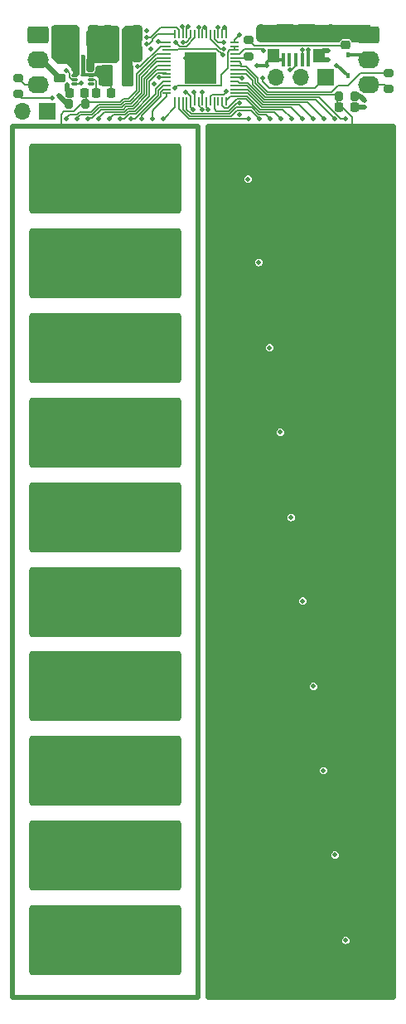
<source format=gtl>
G04 #@! TF.GenerationSoftware,KiCad,Pcbnew,(6.0.7)*
G04 #@! TF.CreationDate,2022-10-27T11:33:35+02:00*
G04 #@! TF.ProjectId,DualLevelSensor,4475616c-4c65-4766-956c-53656e736f72,rev?*
G04 #@! TF.SameCoordinates,Original*
G04 #@! TF.FileFunction,Copper,L1,Top*
G04 #@! TF.FilePolarity,Positive*
%FSLAX46Y46*%
G04 Gerber Fmt 4.6, Leading zero omitted, Abs format (unit mm)*
G04 Created by KiCad (PCBNEW (6.0.7)) date 2022-10-27 11:33:35*
%MOMM*%
%LPD*%
G01*
G04 APERTURE LIST*
G04 Aperture macros list*
%AMRoundRect*
0 Rectangle with rounded corners*
0 $1 Rounding radius*
0 $2 $3 $4 $5 $6 $7 $8 $9 X,Y pos of 4 corners*
0 Add a 4 corners polygon primitive as box body*
4,1,4,$2,$3,$4,$5,$6,$7,$8,$9,$2,$3,0*
0 Add four circle primitives for the rounded corners*
1,1,$1+$1,$2,$3*
1,1,$1+$1,$4,$5*
1,1,$1+$1,$6,$7*
1,1,$1+$1,$8,$9*
0 Add four rect primitives between the rounded corners*
20,1,$1+$1,$2,$3,$4,$5,0*
20,1,$1+$1,$4,$5,$6,$7,0*
20,1,$1+$1,$6,$7,$8,$9,0*
20,1,$1+$1,$8,$9,$2,$3,0*%
G04 Aperture macros list end*
G04 #@! TA.AperFunction,SMDPad,CuDef*
%ADD10RoundRect,0.200000X0.200000X0.275000X-0.200000X0.275000X-0.200000X-0.275000X0.200000X-0.275000X0*%
G04 #@! TD*
G04 #@! TA.AperFunction,SMDPad,CuDef*
%ADD11RoundRect,0.250000X-0.375000X-0.850000X0.375000X-0.850000X0.375000X0.850000X-0.375000X0.850000X0*%
G04 #@! TD*
G04 #@! TA.AperFunction,SMDPad,CuDef*
%ADD12R,0.400000X1.400000*%
G04 #@! TD*
G04 #@! TA.AperFunction,SMDPad,CuDef*
%ADD13R,1.150000X1.450000*%
G04 #@! TD*
G04 #@! TA.AperFunction,SMDPad,CuDef*
%ADD14R,1.750000X1.900000*%
G04 #@! TD*
G04 #@! TA.AperFunction,ComponentPad*
%ADD15O,1.050000X1.900000*%
G04 #@! TD*
G04 #@! TA.AperFunction,SMDPad,CuDef*
%ADD16RoundRect,0.225000X-0.225000X-0.250000X0.225000X-0.250000X0.225000X0.250000X-0.225000X0.250000X0*%
G04 #@! TD*
G04 #@! TA.AperFunction,ComponentPad*
%ADD17R,1.700000X1.700000*%
G04 #@! TD*
G04 #@! TA.AperFunction,ComponentPad*
%ADD18O,1.700000X1.700000*%
G04 #@! TD*
G04 #@! TA.AperFunction,SMDPad,CuDef*
%ADD19RoundRect,0.250000X-7.500000X-3.312500X7.500000X-3.312500X7.500000X3.312500X-7.500000X3.312500X0*%
G04 #@! TD*
G04 #@! TA.AperFunction,SMDPad,CuDef*
%ADD20RoundRect,0.218750X-0.381250X0.218750X-0.381250X-0.218750X0.381250X-0.218750X0.381250X0.218750X0*%
G04 #@! TD*
G04 #@! TA.AperFunction,SMDPad,CuDef*
%ADD21RoundRect,0.250000X-0.250000X-0.250000X0.250000X-0.250000X0.250000X0.250000X-0.250000X0.250000X0*%
G04 #@! TD*
G04 #@! TA.AperFunction,SMDPad,CuDef*
%ADD22RoundRect,0.050000X-0.387500X-0.050000X0.387500X-0.050000X0.387500X0.050000X-0.387500X0.050000X0*%
G04 #@! TD*
G04 #@! TA.AperFunction,SMDPad,CuDef*
%ADD23RoundRect,0.050000X-0.050000X-0.387500X0.050000X-0.387500X0.050000X0.387500X-0.050000X0.387500X0*%
G04 #@! TD*
G04 #@! TA.AperFunction,SMDPad,CuDef*
%ADD24R,3.200000X3.200000*%
G04 #@! TD*
G04 #@! TA.AperFunction,SMDPad,CuDef*
%ADD25RoundRect,0.225000X0.225000X0.250000X-0.225000X0.250000X-0.225000X-0.250000X0.225000X-0.250000X0*%
G04 #@! TD*
G04 #@! TA.AperFunction,SMDPad,CuDef*
%ADD26RoundRect,0.200000X-0.200000X-0.525000X0.200000X-0.525000X0.200000X0.525000X-0.200000X0.525000X0*%
G04 #@! TD*
G04 #@! TA.AperFunction,SMDPad,CuDef*
%ADD27RoundRect,0.075000X-0.225000X-0.075000X0.225000X-0.075000X0.225000X0.075000X-0.225000X0.075000X0*%
G04 #@! TD*
G04 #@! TA.AperFunction,SMDPad,CuDef*
%ADD28RoundRect,0.075000X-0.075000X-0.787500X0.075000X-0.787500X0.075000X0.787500X-0.075000X0.787500X0*%
G04 #@! TD*
G04 #@! TA.AperFunction,SMDPad,CuDef*
%ADD29RoundRect,0.200000X0.275000X-0.200000X0.275000X0.200000X-0.275000X0.200000X-0.275000X-0.200000X0*%
G04 #@! TD*
G04 #@! TA.AperFunction,SMDPad,CuDef*
%ADD30R,0.450000X0.600000*%
G04 #@! TD*
G04 #@! TA.AperFunction,SMDPad,CuDef*
%ADD31RoundRect,0.250000X-0.325000X-0.650000X0.325000X-0.650000X0.325000X0.650000X-0.325000X0.650000X0*%
G04 #@! TD*
G04 #@! TA.AperFunction,SMDPad,CuDef*
%ADD32RoundRect,0.200000X-0.200000X-0.275000X0.200000X-0.275000X0.200000X0.275000X-0.200000X0.275000X0*%
G04 #@! TD*
G04 #@! TA.AperFunction,SMDPad,CuDef*
%ADD33RoundRect,0.200000X-0.275000X0.200000X-0.275000X-0.200000X0.275000X-0.200000X0.275000X0.200000X0*%
G04 #@! TD*
G04 #@! TA.AperFunction,SMDPad,CuDef*
%ADD34RoundRect,0.250000X0.325000X1.100000X-0.325000X1.100000X-0.325000X-1.100000X0.325000X-1.100000X0*%
G04 #@! TD*
G04 #@! TA.AperFunction,SMDPad,CuDef*
%ADD35RoundRect,0.218750X-0.256250X0.218750X-0.256250X-0.218750X0.256250X-0.218750X0.256250X0.218750X0*%
G04 #@! TD*
G04 #@! TA.AperFunction,ComponentPad*
%ADD36RoundRect,0.250000X-0.845000X0.620000X-0.845000X-0.620000X0.845000X-0.620000X0.845000X0.620000X0*%
G04 #@! TD*
G04 #@! TA.AperFunction,ComponentPad*
%ADD37O,2.190000X1.740000*%
G04 #@! TD*
G04 #@! TA.AperFunction,ViaPad*
%ADD38C,0.500000*%
G04 #@! TD*
G04 #@! TA.AperFunction,Conductor*
%ADD39C,0.127000*%
G04 #@! TD*
G04 #@! TA.AperFunction,Conductor*
%ADD40C,0.500000*%
G04 #@! TD*
G04 #@! TA.AperFunction,Conductor*
%ADD41C,0.300000*%
G04 #@! TD*
G04 #@! TA.AperFunction,Conductor*
%ADD42C,0.200000*%
G04 #@! TD*
G04 APERTURE END LIST*
D10*
X82975000Y-38450000D03*
X81325000Y-38450000D03*
D11*
X85150000Y-35550000D03*
X87300000Y-35550000D03*
D12*
X105800000Y-33900000D03*
X105150000Y-33900000D03*
X104500000Y-33900000D03*
X103850000Y-33900000D03*
X103200000Y-33900000D03*
D13*
X102180000Y-33480000D03*
D14*
X103375000Y-31250000D03*
X105625000Y-31250000D03*
D15*
X108075000Y-31250000D03*
X100925000Y-31250000D03*
D13*
X106820000Y-33480000D03*
D16*
X108925000Y-38750000D03*
X110475000Y-38750000D03*
D17*
X79050000Y-39175000D03*
D18*
X76510000Y-39175000D03*
D19*
X85000000Y-115063000D03*
D20*
X80400000Y-33637500D03*
X80400000Y-35762500D03*
D19*
X85000000Y-63313000D03*
D21*
X97500000Y-43250000D03*
D22*
X91312500Y-32150000D03*
X91312500Y-32550000D03*
X91312500Y-32950000D03*
X91312500Y-33350000D03*
X91312500Y-33750000D03*
X91312500Y-34150000D03*
X91312500Y-34550000D03*
X91312500Y-34950000D03*
X91312500Y-35350000D03*
X91312500Y-35750000D03*
X91312500Y-36150000D03*
X91312500Y-36550000D03*
X91312500Y-36950000D03*
X91312500Y-37350000D03*
D23*
X92150000Y-38187500D03*
X92550000Y-38187500D03*
X92950000Y-38187500D03*
X93350000Y-38187500D03*
X93750000Y-38187500D03*
X94150000Y-38187500D03*
X94550000Y-38187500D03*
X94950000Y-38187500D03*
X95350000Y-38187500D03*
X95750000Y-38187500D03*
X96150000Y-38187500D03*
X96550000Y-38187500D03*
X96950000Y-38187500D03*
X97350000Y-38187500D03*
D22*
X98187500Y-37350000D03*
X98187500Y-36950000D03*
X98187500Y-36550000D03*
X98187500Y-36150000D03*
X98187500Y-35750000D03*
X98187500Y-35350000D03*
X98187500Y-34950000D03*
X98187500Y-34550000D03*
X98187500Y-34150000D03*
X98187500Y-33750000D03*
X98187500Y-33350000D03*
X98187500Y-32950000D03*
X98187500Y-32550000D03*
X98187500Y-32150000D03*
D23*
X97350000Y-31312500D03*
X96950000Y-31312500D03*
X96550000Y-31312500D03*
X96150000Y-31312500D03*
X95750000Y-31312500D03*
X95350000Y-31312500D03*
X94950000Y-31312500D03*
X94550000Y-31312500D03*
X94150000Y-31312500D03*
X93750000Y-31312500D03*
X93350000Y-31312500D03*
X92950000Y-31312500D03*
X92550000Y-31312500D03*
X92150000Y-31312500D03*
D24*
X94750000Y-34750000D03*
D25*
X85600000Y-37350000D03*
X84050000Y-37350000D03*
D26*
X81975000Y-34462500D03*
D27*
X81875000Y-35512500D03*
X81875000Y-35962500D03*
X81875000Y-36412500D03*
X83575000Y-36412500D03*
X83575000Y-35962500D03*
X83575000Y-35512500D03*
D26*
X83475000Y-34462500D03*
D28*
X82725000Y-34325000D03*
D29*
X114000000Y-36925000D03*
X114000000Y-35275000D03*
D19*
X85000000Y-46063000D03*
X85000000Y-80563000D03*
D30*
X109800000Y-33450000D03*
X109800000Y-35550000D03*
D19*
X85000000Y-97813000D03*
D31*
X85250000Y-33300000D03*
X88200000Y-33300000D03*
D19*
X85000000Y-89188000D03*
X85000000Y-54688000D03*
D32*
X108875000Y-37650000D03*
X110525000Y-37650000D03*
D25*
X82925000Y-37350000D03*
X81375000Y-37350000D03*
D33*
X76100000Y-35775000D03*
X76100000Y-37425000D03*
D19*
X85000000Y-71938000D03*
D31*
X85250000Y-31300000D03*
X88200000Y-31300000D03*
D34*
X83800000Y-31750000D03*
X80850000Y-31750000D03*
D35*
X109600000Y-30812500D03*
X109600000Y-32387500D03*
D29*
X99650000Y-33575000D03*
X99650000Y-31925000D03*
D19*
X85000000Y-106438000D03*
X85000000Y-123688000D03*
D36*
X111920000Y-31360000D03*
D37*
X111920000Y-33900000D03*
X111920000Y-36440000D03*
D17*
X107500000Y-35750000D03*
D18*
X104960000Y-35750000D03*
X102420000Y-35750000D03*
D36*
X78170000Y-31360000D03*
D37*
X78170000Y-33900000D03*
X78170000Y-36440000D03*
D38*
X94050000Y-37250000D03*
X93200000Y-33750000D03*
X86200000Y-30750000D03*
X98700000Y-39550000D03*
X100550000Y-34550000D03*
X86200000Y-32900000D03*
X95100000Y-33800000D03*
X81123571Y-36510000D03*
X89700000Y-32850000D03*
X111500000Y-38750000D03*
X89250000Y-31000000D03*
X107800000Y-33000000D03*
X86200000Y-31800000D03*
X84250000Y-33450000D03*
X101488873Y-34540000D03*
X107800000Y-33950000D03*
X93986127Y-39006000D03*
X93250000Y-37250000D03*
X96100000Y-33800000D03*
X84250000Y-34050000D03*
X90048500Y-36381314D03*
X86200000Y-33850000D03*
X87150000Y-30750000D03*
X98950000Y-35800000D03*
X97200000Y-30600000D03*
X87150000Y-32900000D03*
X98700000Y-31400000D03*
X95167978Y-30602996D03*
X87150000Y-33850000D03*
X94950000Y-37240000D03*
X87150000Y-31800000D03*
X90500000Y-35750000D03*
X90450000Y-32050000D03*
X94500000Y-40750000D03*
X75500000Y-129500000D03*
X94500000Y-129500000D03*
X75500000Y-40750000D03*
X95500000Y-40750000D03*
X114500000Y-40750000D03*
X114500000Y-129500000D03*
X95500000Y-129500000D03*
X96550000Y-30600000D03*
X94541483Y-30599959D03*
X95550000Y-39001500D03*
X82600000Y-36300000D03*
X81048500Y-35000000D03*
X105800000Y-32940000D03*
X105150000Y-32940000D03*
X103910890Y-34990785D03*
X101061796Y-35796303D03*
X97386234Y-37196558D03*
X98761127Y-38344000D03*
X81000000Y-39950000D03*
X81000000Y-46000000D03*
X82100000Y-39950000D03*
X82100000Y-54700000D03*
X83200000Y-63300000D03*
X83200000Y-39950000D03*
X84300000Y-71900000D03*
X84300000Y-39950000D03*
X85400000Y-39950000D03*
X85400000Y-80563000D03*
X86500000Y-89200000D03*
X86500000Y-39950000D03*
X87600000Y-97800000D03*
X87600000Y-39950000D03*
X88700000Y-39950000D03*
X88700000Y-106400000D03*
X89800000Y-39950000D03*
X88700000Y-114800000D03*
X90900000Y-39950000D03*
X88700000Y-123700000D03*
X99650000Y-39950000D03*
X99600000Y-46100000D03*
X100750000Y-39950000D03*
X100700000Y-54600000D03*
X101850000Y-39950000D03*
X101800000Y-63300000D03*
X102950000Y-39950000D03*
X102900000Y-71900000D03*
X104000000Y-80600000D03*
X104050000Y-39950000D03*
X105150000Y-39950000D03*
X105200000Y-89100000D03*
X106300000Y-97800000D03*
X106250000Y-39950000D03*
X107300000Y-106400000D03*
X107350000Y-39950000D03*
X108450000Y-39950000D03*
X108500000Y-115000000D03*
X109550000Y-39950000D03*
X109600000Y-123700000D03*
X94923497Y-39001500D03*
X97113873Y-32836127D03*
X97150000Y-32200000D03*
X89250000Y-32350000D03*
X108600000Y-34500000D03*
X88350000Y-34600000D03*
X80250000Y-37600000D03*
X111550000Y-38100000D03*
X97043357Y-33458648D03*
X101200000Y-33000000D03*
X79600000Y-37800000D03*
X92150000Y-36800000D03*
X89250000Y-31650000D03*
X92861127Y-30538873D03*
X93487415Y-30555257D03*
X92950000Y-32126500D03*
X92200000Y-32150000D03*
D39*
X94050000Y-37250000D02*
X94150000Y-37350000D01*
X94150000Y-37350000D02*
X94150000Y-38187500D01*
D40*
X81123571Y-37098571D02*
X81375000Y-37350000D01*
D39*
X86200000Y-32900000D02*
X86200000Y-31800000D01*
X93250000Y-37250000D02*
X93327038Y-37250000D01*
D40*
X110475000Y-38750000D02*
X111500000Y-38750000D01*
D41*
X101488873Y-34171127D02*
X102180000Y-33480000D01*
X105625000Y-31250000D02*
X108075000Y-31250000D01*
D40*
X81123571Y-36510000D02*
X81123571Y-37098571D01*
D39*
X84250000Y-34050000D02*
X84250000Y-33450000D01*
D41*
X101478873Y-34550000D02*
X101488873Y-34540000D01*
D39*
X93750000Y-37672962D02*
X93750000Y-38187500D01*
D40*
X107300000Y-33000000D02*
X107550000Y-33000000D01*
D39*
X93750000Y-38769873D02*
X93986127Y-39006000D01*
D40*
X106820000Y-33480000D02*
X107290000Y-33950000D01*
D41*
X109600000Y-30812500D02*
X108512500Y-30812500D01*
D39*
X85250000Y-33300000D02*
X85650000Y-33300000D01*
D40*
X107550000Y-33000000D02*
X107800000Y-33000000D01*
D41*
X103200000Y-33900000D02*
X102600000Y-33900000D01*
X101488873Y-34540000D02*
X101488873Y-34171127D01*
X108512500Y-30812500D02*
X108075000Y-31250000D01*
D40*
X106820000Y-33480000D02*
X107300000Y-33000000D01*
D39*
X93750000Y-38187500D02*
X93750000Y-38769873D01*
D41*
X105625000Y-31250000D02*
X103375000Y-31250000D01*
D40*
X107290000Y-33950000D02*
X107800000Y-33950000D01*
D41*
X102600000Y-33900000D02*
X102180000Y-33480000D01*
D39*
X93327038Y-37250000D02*
X93750000Y-37672962D01*
X85650000Y-33300000D02*
X86200000Y-33850000D01*
D41*
X103375000Y-31250000D02*
X100925000Y-31250000D01*
X100550000Y-34550000D02*
X101478873Y-34550000D01*
D39*
X95350000Y-30785018D02*
X95350000Y-31312500D01*
X97350000Y-30750000D02*
X97350000Y-31312500D01*
X90550000Y-32150000D02*
X91312500Y-32150000D01*
X96950000Y-30850000D02*
X96950000Y-31312500D01*
X98700000Y-31400000D02*
X98187500Y-31912500D01*
X97200000Y-30600000D02*
X97350000Y-30750000D01*
X90450000Y-32050000D02*
X90550000Y-32150000D01*
X95167978Y-30602996D02*
X94950000Y-30820974D01*
X91312500Y-35750000D02*
X90500000Y-35750000D01*
X97200000Y-30600000D02*
X96950000Y-30850000D01*
X98900000Y-35750000D02*
X98187500Y-35750000D01*
X98950000Y-35800000D02*
X98900000Y-35750000D01*
X94950000Y-37240000D02*
X94950000Y-38187500D01*
X94950000Y-30820974D02*
X94950000Y-31312500D01*
X98187500Y-31912500D02*
X98187500Y-32150000D01*
X95167978Y-30602996D02*
X95350000Y-30785018D01*
X86857950Y-37896000D02*
X86523950Y-38230000D01*
D40*
X75500000Y-129500000D02*
X75500000Y-40750000D01*
D39*
X86523950Y-38230000D02*
X83270000Y-38230000D01*
D42*
X82975000Y-38450000D02*
X82550000Y-38450000D01*
D39*
X88250000Y-35400000D02*
X88250000Y-37050000D01*
X83270000Y-38230000D02*
X83050000Y-38450000D01*
D42*
X81790500Y-39209500D02*
X80790500Y-39209500D01*
X82550000Y-38450000D02*
X81790500Y-39209500D01*
D40*
X81500000Y-40750000D02*
X94500000Y-40750000D01*
D39*
X91312500Y-33350000D02*
X90300000Y-33350000D01*
D42*
X80790500Y-39209500D02*
X80500000Y-39500000D01*
X80500000Y-39500000D02*
X80500000Y-40750000D01*
D39*
X87396000Y-37896000D02*
X86857950Y-37896000D01*
D40*
X94500000Y-129500000D02*
X94500000Y-40750000D01*
X80500000Y-40750000D02*
X81500000Y-40750000D01*
X94500000Y-129500000D02*
X75500000Y-129500000D01*
D39*
X83075000Y-38250000D02*
X83075000Y-37200000D01*
D40*
X80500000Y-40750000D02*
X75500000Y-40750000D01*
D39*
X87400000Y-37900000D02*
X87396000Y-37896000D01*
X88250000Y-37050000D02*
X87400000Y-37900000D01*
X83050000Y-38450000D02*
X82975000Y-38450000D01*
X90300000Y-33350000D02*
X88250000Y-35400000D01*
D42*
X108925000Y-38750000D02*
X109250000Y-38750000D01*
X110250000Y-39750000D02*
X110250000Y-40750000D01*
X109250000Y-38750000D02*
X110250000Y-39750000D01*
D39*
X108679000Y-37454000D02*
X101486890Y-37454000D01*
X101486890Y-37454000D02*
X100368580Y-36335690D01*
D40*
X95500000Y-40750000D02*
X95500000Y-129500000D01*
X114500000Y-40750000D02*
X114500000Y-129500000D01*
D39*
X108725000Y-38450000D02*
X108725000Y-37400000D01*
D40*
X110250000Y-40750000D02*
X95500000Y-40750000D01*
D39*
X100368580Y-35927790D02*
X99390790Y-34950000D01*
D40*
X114500000Y-40750000D02*
X110250000Y-40750000D01*
X114500000Y-129500000D02*
X95500000Y-129500000D01*
D39*
X100368580Y-36335690D02*
X100368580Y-35927790D01*
X108875000Y-37650000D02*
X108679000Y-37454000D01*
X99390790Y-34950000D02*
X98187500Y-34950000D01*
D40*
X78500000Y-33900000D02*
X78170000Y-33900000D01*
D41*
X109800000Y-33450000D02*
X111470000Y-33450000D01*
D40*
X80362500Y-35762500D02*
X78500000Y-33900000D01*
D41*
X111470000Y-33450000D02*
X111920000Y-33900000D01*
D40*
X80400000Y-35762500D02*
X80362500Y-35762500D01*
D42*
X85600000Y-37350000D02*
X85600000Y-36000000D01*
X85600000Y-36000000D02*
X85150000Y-35550000D01*
X83962500Y-35962500D02*
X84100000Y-36100000D01*
X84102000Y-36152000D02*
X84100000Y-36150000D01*
X84050000Y-37350000D02*
X84102000Y-37298000D01*
X84102000Y-37298000D02*
X84102000Y-36152000D01*
X83575000Y-35962500D02*
X83962500Y-35962500D01*
D39*
X95350000Y-38801500D02*
X95350000Y-38187500D01*
X94541483Y-30599959D02*
X94550000Y-30608476D01*
X95550000Y-39001500D02*
X95350000Y-38801500D01*
X96550000Y-30600000D02*
X96550000Y-31312500D01*
X94550000Y-30608476D02*
X94550000Y-31312500D01*
D42*
X82600000Y-36300000D02*
X82487500Y-36412500D01*
X82487500Y-36412500D02*
X81875000Y-36412500D01*
X81048500Y-35000000D02*
X81348000Y-35299500D01*
X81597908Y-35962500D02*
X81875000Y-35962500D01*
X81348000Y-35712592D02*
X81597908Y-35962500D01*
X81348000Y-35299500D02*
X81348000Y-35712592D01*
D41*
X105800000Y-33900000D02*
X105800000Y-32940000D01*
D39*
X109487500Y-32500000D02*
X109600000Y-32387500D01*
X99650000Y-31925000D02*
X100225000Y-32500000D01*
X100225000Y-32500000D02*
X109487500Y-32500000D01*
X105150000Y-33900000D02*
X105150000Y-32940000D01*
X104500000Y-33900000D02*
X104500000Y-34500000D01*
X103920105Y-35000000D02*
X103910890Y-34990785D01*
X104500000Y-34500000D02*
X104000000Y-35000000D01*
X104000000Y-35000000D02*
X103920105Y-35000000D01*
X101061796Y-35796303D02*
X101061796Y-36111796D01*
X95750000Y-37700000D02*
X95750000Y-38187500D01*
X97386234Y-37196558D02*
X97082792Y-37500000D01*
X101800000Y-36850000D02*
X106400000Y-36850000D01*
X101061796Y-36111796D02*
X101800000Y-36850000D01*
X106400000Y-36850000D02*
X107500000Y-35750000D01*
X97082792Y-37500000D02*
X95950000Y-37500000D01*
X95950000Y-37500000D02*
X95750000Y-37700000D01*
X97650000Y-39150000D02*
X96350000Y-39150000D01*
X96150000Y-38950000D02*
X96150000Y-38187500D01*
X98456000Y-38344000D02*
X97650000Y-39150000D01*
X98761127Y-38344000D02*
X98456000Y-38344000D01*
X96350000Y-39150000D02*
X96150000Y-38950000D01*
X111920000Y-36440000D02*
X113515000Y-36440000D01*
X113515000Y-36440000D02*
X114000000Y-36925000D01*
X76100000Y-35775000D02*
X76765000Y-36440000D01*
X76765000Y-36440000D02*
X78170000Y-36440000D01*
X88504000Y-35546000D02*
X90300000Y-33750000D01*
X86959160Y-38154000D02*
X87546000Y-38154000D01*
X81400000Y-39500000D02*
X82140790Y-39500000D01*
X82385290Y-39255500D02*
X83544500Y-39255500D01*
X90300000Y-33750000D02*
X91312500Y-33750000D01*
X88504000Y-37196000D02*
X88504000Y-35546000D01*
X86629160Y-38484000D02*
X86959160Y-38154000D01*
X84316000Y-38484000D02*
X86629160Y-38484000D01*
X81000000Y-39900000D02*
X81400000Y-39500000D01*
X82140790Y-39500000D02*
X82385290Y-39255500D01*
X83544500Y-39255500D02*
X84316000Y-38484000D01*
X87546000Y-38154000D02*
X88504000Y-37196000D01*
X82490500Y-39509500D02*
X83681290Y-39509500D01*
X87673580Y-38408000D02*
X88758000Y-37323580D01*
X86734370Y-38738000D02*
X87064370Y-38408000D01*
X82100000Y-39900000D02*
X82490500Y-39509500D01*
X84452790Y-38738000D02*
X86734370Y-38738000D01*
X88758000Y-35692000D02*
X90300000Y-34150000D01*
X90300000Y-34150000D02*
X91312500Y-34150000D01*
X88758000Y-37323580D02*
X88758000Y-35692000D01*
X83681290Y-39509500D02*
X84452790Y-38738000D01*
X87064370Y-38408000D02*
X87673580Y-38408000D01*
X86839580Y-38992000D02*
X87169580Y-38662000D01*
X87169580Y-38662000D02*
X87778790Y-38662000D01*
X90340790Y-34550000D02*
X91312500Y-34550000D01*
X83675000Y-39875000D02*
X84558000Y-38992000D01*
X87778790Y-38662000D02*
X89012000Y-37428790D01*
X89012000Y-37428790D02*
X89012000Y-35878790D01*
X89012000Y-35878790D02*
X90340790Y-34550000D01*
X84558000Y-38992000D02*
X86839580Y-38992000D01*
X83225000Y-39875000D02*
X83675000Y-39875000D01*
X84954000Y-39246000D02*
X86944790Y-39246000D01*
X86944790Y-39246000D02*
X87274790Y-38916000D01*
X89266000Y-37534000D02*
X89266000Y-35984000D01*
X90300000Y-34950000D02*
X91312500Y-34950000D01*
X87274790Y-38916000D02*
X87884000Y-38916000D01*
X87884000Y-38916000D02*
X89266000Y-37534000D01*
X84300000Y-39900000D02*
X84954000Y-39246000D01*
X89266000Y-35984000D02*
X90300000Y-34950000D01*
X87380000Y-39170000D02*
X88030000Y-39170000D01*
X91272000Y-35309500D02*
X91312500Y-35350000D01*
X88030000Y-39170000D02*
X89520000Y-37680000D01*
X85400000Y-39950000D02*
X85850000Y-39500000D01*
X90317538Y-35309500D02*
X91272000Y-35309500D01*
X89520000Y-37680000D02*
X89520000Y-36107038D01*
X87050000Y-39500000D02*
X87380000Y-39170000D01*
X85850000Y-39500000D02*
X87050000Y-39500000D01*
X89520000Y-36107038D02*
X90317538Y-35309500D01*
X90934882Y-36150000D02*
X90176500Y-36908382D01*
X91312500Y-36150000D02*
X90934882Y-36150000D01*
X90176500Y-37423500D02*
X88176000Y-39424000D01*
X88176000Y-39424000D02*
X87503038Y-39424000D01*
X90176500Y-36908382D02*
X90176500Y-37423500D01*
X86977038Y-39950000D02*
X86500000Y-39950000D01*
X87503038Y-39424000D02*
X86977038Y-39950000D01*
X91312500Y-36550000D02*
X90934882Y-36550000D01*
X88040790Y-39950000D02*
X87600000Y-39950000D01*
X90934882Y-36550000D02*
X90430500Y-37054382D01*
X90430500Y-37560290D02*
X88040790Y-39950000D01*
X90430500Y-37054382D02*
X90430500Y-37560290D01*
X88700000Y-39650000D02*
X88700000Y-39950000D01*
X90684500Y-37200382D02*
X90684500Y-37665500D01*
X90684500Y-37665500D02*
X88700000Y-39650000D01*
X91312500Y-36950000D02*
X90934882Y-36950000D01*
X90934882Y-36950000D02*
X90684500Y-37200382D01*
X91312500Y-37637500D02*
X90050000Y-38900000D01*
X90050000Y-38900000D02*
X89800000Y-39150000D01*
X91312500Y-37350000D02*
X91312500Y-37637500D01*
X89800000Y-39150000D02*
X89800000Y-39950000D01*
X92150000Y-38187500D02*
X92150000Y-38800000D01*
X92150000Y-38800000D02*
X91000000Y-39950000D01*
X91000000Y-39950000D02*
X90900000Y-39950000D01*
X98918962Y-39954000D02*
X99646000Y-39954000D01*
X92550000Y-38187500D02*
X92550000Y-38959210D01*
X99646000Y-39954000D02*
X99650000Y-39950000D01*
X92550000Y-38959210D02*
X93581290Y-39990500D01*
X98882462Y-39990500D02*
X98918962Y-39954000D01*
X93581290Y-39990500D02*
X98882462Y-39990500D01*
X98490500Y-39109500D02*
X97900000Y-39700000D01*
X97900000Y-39700000D02*
X93650000Y-39700000D01*
X99909500Y-39109500D02*
X98490500Y-39109500D01*
X92950000Y-39000000D02*
X92950000Y-38187500D01*
X100750000Y-39950000D02*
X99909500Y-39109500D01*
X93650000Y-39700000D02*
X92950000Y-39000000D01*
X100990500Y-39509500D02*
X100668710Y-39509500D01*
X98359210Y-38800000D02*
X97713210Y-39446000D01*
X100668710Y-39509500D02*
X99959210Y-38800000D01*
X99959210Y-38800000D02*
X98359210Y-38800000D01*
X93796000Y-39446000D02*
X93350000Y-39000000D01*
X93350000Y-39000000D02*
X93350000Y-38187500D01*
X101850000Y-39950000D02*
X101424000Y-39524000D01*
X101424000Y-39524000D02*
X101024000Y-39524000D01*
X97713210Y-39446000D02*
X93796000Y-39446000D01*
X102270000Y-39270000D02*
X101129210Y-39270000D01*
X102950000Y-39950000D02*
X102270000Y-39270000D01*
X100764420Y-39246000D02*
X99422420Y-37904000D01*
X97550000Y-38850000D02*
X97234882Y-38850000D01*
X101105210Y-39246000D02*
X100764420Y-39246000D01*
X99422420Y-37904000D02*
X98496000Y-37904000D01*
X96950000Y-38565118D02*
X96950000Y-38187500D01*
X98496000Y-37904000D02*
X97550000Y-38850000D01*
X97234882Y-38850000D02*
X96950000Y-38565118D01*
X101129210Y-39270000D02*
X101105210Y-39246000D01*
X101234420Y-39016000D02*
X101210420Y-38992000D01*
X104050000Y-39950000D02*
X104050000Y-39900000D01*
X99527630Y-37650000D02*
X97800000Y-37650000D01*
X97800000Y-37650000D02*
X97350000Y-38100000D01*
X97350000Y-38100000D02*
X97350000Y-38187500D01*
X104050000Y-39900000D02*
X103166000Y-39016000D01*
X103166000Y-39016000D02*
X101234420Y-39016000D01*
X101210420Y-38992000D02*
X100869630Y-38992000D01*
X100869630Y-38992000D02*
X99527630Y-37650000D01*
X101315630Y-38738000D02*
X100974840Y-38738000D01*
X101339630Y-38762000D02*
X101315630Y-38738000D01*
X99586840Y-37350000D02*
X98187500Y-37350000D01*
X105150000Y-39950000D02*
X103962000Y-38762000D01*
X100974840Y-38738000D02*
X99586840Y-37350000D01*
X103962000Y-38762000D02*
X101339630Y-38762000D01*
X101080050Y-38484000D02*
X99546050Y-36950000D01*
X104808000Y-38508000D02*
X101444840Y-38508000D01*
X106250000Y-39950000D02*
X104808000Y-38508000D01*
X101420840Y-38484000D02*
X101080050Y-38484000D01*
X101444840Y-38508000D02*
X101420840Y-38484000D01*
X99546050Y-36950000D02*
X98187500Y-36950000D01*
X106450000Y-39050000D02*
X105654000Y-38254000D01*
X101526050Y-38230000D02*
X101185260Y-38230000D01*
X105654000Y-38254000D02*
X101550050Y-38254000D01*
X99505260Y-36550000D02*
X98187500Y-36550000D01*
X101185260Y-38230000D02*
X99505260Y-36550000D01*
X107350000Y-39950000D02*
X106450000Y-39050000D01*
X101550050Y-38254000D02*
X101526050Y-38230000D01*
X98565118Y-36150000D02*
X98187500Y-36150000D01*
X99610470Y-36296000D02*
X98711118Y-36296000D01*
X98711118Y-36296000D02*
X98565118Y-36150000D01*
X101631260Y-37976000D02*
X101290470Y-37976000D01*
X101290470Y-37976000D02*
X99610470Y-36296000D01*
X101655260Y-38000000D02*
X101631260Y-37976000D01*
X106500000Y-38000000D02*
X101655260Y-38000000D01*
X108450000Y-39950000D02*
X106500000Y-38000000D01*
X108527894Y-39415500D02*
X106820394Y-37708000D01*
X108565500Y-39415500D02*
X108527894Y-39415500D01*
X100114580Y-36440900D02*
X100114580Y-36033000D01*
X106820394Y-37708000D02*
X101381680Y-37708000D01*
X100114580Y-36033000D02*
X99431580Y-35350000D01*
X109550000Y-39950000D02*
X109100000Y-39950000D01*
X99431580Y-35350000D02*
X98187500Y-35350000D01*
X101381680Y-37708000D02*
X100114580Y-36440900D01*
X109100000Y-39950000D02*
X108565500Y-39415500D01*
X94550000Y-38628003D02*
X94550000Y-38187500D01*
X94923497Y-39001500D02*
X94550000Y-38628003D01*
X96745337Y-32836127D02*
X95750000Y-31840790D01*
X95750000Y-31840790D02*
X95750000Y-31312500D01*
X97113873Y-32836127D02*
X96745337Y-32836127D01*
X97150000Y-32200000D02*
X96550000Y-32200000D01*
X96150000Y-31800000D02*
X96150000Y-31312500D01*
X96550000Y-32200000D02*
X96150000Y-31800000D01*
X89500000Y-32350000D02*
X89850000Y-32000000D01*
X89850000Y-32000000D02*
X89850000Y-31809210D01*
X90346710Y-31312500D02*
X92150000Y-31312500D01*
X89250000Y-32350000D02*
X89500000Y-32350000D01*
X89850000Y-31809210D02*
X90346710Y-31312500D01*
D41*
X108750000Y-34500000D02*
X109800000Y-35550000D01*
X108600000Y-34500000D02*
X108750000Y-34500000D01*
D39*
X90650000Y-32550000D02*
X91312500Y-32550000D01*
D40*
X80250000Y-37600000D02*
X81100000Y-38450000D01*
D39*
X88600000Y-34600000D02*
X90650000Y-32550000D01*
D40*
X81100000Y-38450000D02*
X81325000Y-38450000D01*
D39*
X88350000Y-34600000D02*
X88600000Y-34600000D01*
X97043357Y-33458648D02*
X97008648Y-33458648D01*
X97008648Y-33458648D02*
X96400000Y-32850000D01*
X92450000Y-32850000D02*
X92350000Y-32950000D01*
X92350000Y-32950000D02*
X91312500Y-32950000D01*
X111550000Y-38100000D02*
X110800000Y-37350000D01*
D40*
X111100000Y-37650000D02*
X110525000Y-37650000D01*
D39*
X96400000Y-32850000D02*
X92450000Y-32850000D01*
X110800000Y-37350000D02*
X110325000Y-37350000D01*
D40*
X111550000Y-38100000D02*
X111100000Y-37650000D01*
D39*
X98187500Y-33750000D02*
X99475000Y-33750000D01*
X99475000Y-33750000D02*
X99650000Y-33575000D01*
X101200000Y-33000000D02*
X101000000Y-32800000D01*
X99250000Y-32800000D02*
X98700000Y-33350000D01*
X98700000Y-33350000D02*
X98187500Y-33350000D01*
X101000000Y-32800000D02*
X99250000Y-32800000D01*
X100622580Y-36230480D02*
X100622580Y-35822580D01*
X98925000Y-34384210D02*
X98690790Y-34150000D01*
X98925000Y-34575000D02*
X98925000Y-34384210D01*
X98187500Y-34550000D02*
X98900000Y-34550000D01*
X100622580Y-35822580D02*
X99375000Y-34575000D01*
X101592100Y-37200000D02*
X100622580Y-36230480D01*
X114000000Y-35275000D02*
X111125000Y-35275000D01*
X109850000Y-36550000D02*
X108800000Y-36550000D01*
X98900000Y-34550000D02*
X98925000Y-34575000D01*
X108150000Y-37200000D02*
X101592100Y-37200000D01*
X98690790Y-34150000D02*
X98187500Y-34150000D01*
X111125000Y-35275000D02*
X109850000Y-36550000D01*
X99375000Y-34575000D02*
X98925000Y-34575000D01*
X108800000Y-36550000D02*
X108150000Y-37200000D01*
X96850000Y-36550000D02*
X96850000Y-35450000D01*
X98187500Y-32550000D02*
X98187500Y-32950000D01*
X92400000Y-36550000D02*
X96850000Y-36550000D01*
X92150000Y-36800000D02*
X92400000Y-36550000D01*
X97550000Y-34750000D02*
X97550000Y-33150000D01*
X97550000Y-33150000D02*
X97750000Y-32950000D01*
X96850000Y-35450000D02*
X97550000Y-34750000D01*
X76475000Y-37800000D02*
X79600000Y-37800000D01*
X76100000Y-37425000D02*
X76475000Y-37800000D01*
X97750000Y-32950000D02*
X98187500Y-32950000D01*
X90700000Y-30600000D02*
X92300000Y-30600000D01*
X89250000Y-31650000D02*
X89650000Y-31650000D01*
X92550000Y-30850000D02*
X92550000Y-31312500D01*
X89650000Y-31650000D02*
X90700000Y-30600000D01*
X92300000Y-30600000D02*
X92550000Y-30850000D01*
X92950000Y-31312500D02*
X92950000Y-30627746D01*
X92950000Y-30627746D02*
X92861127Y-30538873D01*
X93487415Y-30555257D02*
X93350000Y-30692672D01*
X93350000Y-30692672D02*
X93350000Y-31312500D01*
X93750000Y-31690118D02*
X93750000Y-31312500D01*
X93313618Y-32126500D02*
X93750000Y-31690118D01*
X92950000Y-32126500D02*
X93313618Y-32126500D01*
X93273118Y-32567000D02*
X94150000Y-31690118D01*
X94150000Y-31690118D02*
X94150000Y-31312500D01*
X92617000Y-32567000D02*
X93273118Y-32567000D01*
X92200000Y-32150000D02*
X92617000Y-32567000D01*
D42*
X81875000Y-34562500D02*
X81975000Y-34462500D01*
X81875000Y-35512500D02*
X81875000Y-34562500D01*
G04 #@! TA.AperFunction,Conductor*
G36*
X86168306Y-30468306D02*
G01*
X86431694Y-30731694D01*
X86450000Y-30775888D01*
X86450000Y-33924112D01*
X86431694Y-33968306D01*
X86118306Y-34281694D01*
X86074112Y-34300000D01*
X83211560Y-34300000D01*
X83167366Y-34281694D01*
X83149067Y-34238447D01*
X83144305Y-33924112D01*
X83100401Y-31026441D01*
X83118700Y-30981300D01*
X83631694Y-30468306D01*
X83675888Y-30450000D01*
X86124112Y-30450000D01*
X86168306Y-30468306D01*
G37*
G04 #@! TD.AperFunction*
G04 #@! TA.AperFunction,Conductor*
G36*
X114481694Y-40768306D02*
G01*
X114500000Y-40812500D01*
X114500000Y-129437500D01*
X114481694Y-129481694D01*
X114437500Y-129500000D01*
X95562500Y-129500000D01*
X95518306Y-129481694D01*
X95500000Y-129437500D01*
X95500000Y-123700000D01*
X109217794Y-123700000D01*
X109236500Y-123818108D01*
X109290789Y-123924655D01*
X109375345Y-124009211D01*
X109379724Y-124011442D01*
X109477511Y-124061268D01*
X109477512Y-124061268D01*
X109481892Y-124063500D01*
X109600000Y-124082206D01*
X109718108Y-124063500D01*
X109722488Y-124061268D01*
X109722489Y-124061268D01*
X109820276Y-124011442D01*
X109824655Y-124009211D01*
X109909211Y-123924655D01*
X109963500Y-123818108D01*
X109982206Y-123700000D01*
X109963500Y-123581892D01*
X109909211Y-123475345D01*
X109824655Y-123390789D01*
X109773278Y-123364611D01*
X109722489Y-123338732D01*
X109722488Y-123338732D01*
X109718108Y-123336500D01*
X109600000Y-123317794D01*
X109481892Y-123336500D01*
X109477512Y-123338732D01*
X109477511Y-123338732D01*
X109426722Y-123364611D01*
X109375345Y-123390789D01*
X109290789Y-123475345D01*
X109236500Y-123581892D01*
X109217794Y-123700000D01*
X95500000Y-123700000D01*
X95500000Y-115000000D01*
X108117794Y-115000000D01*
X108136500Y-115118108D01*
X108190789Y-115224655D01*
X108275345Y-115309211D01*
X108279724Y-115311442D01*
X108377511Y-115361268D01*
X108377512Y-115361268D01*
X108381892Y-115363500D01*
X108500000Y-115382206D01*
X108618108Y-115363500D01*
X108622488Y-115361268D01*
X108622489Y-115361268D01*
X108720276Y-115311442D01*
X108724655Y-115309211D01*
X108809211Y-115224655D01*
X108863500Y-115118108D01*
X108882206Y-115000000D01*
X108863500Y-114881892D01*
X108809211Y-114775345D01*
X108724655Y-114690789D01*
X108673278Y-114664611D01*
X108622489Y-114638732D01*
X108622488Y-114638732D01*
X108618108Y-114636500D01*
X108500000Y-114617794D01*
X108381892Y-114636500D01*
X108377512Y-114638732D01*
X108377511Y-114638732D01*
X108326722Y-114664611D01*
X108275345Y-114690789D01*
X108190789Y-114775345D01*
X108136500Y-114881892D01*
X108117794Y-115000000D01*
X95500000Y-115000000D01*
X95500000Y-106400000D01*
X106917794Y-106400000D01*
X106936500Y-106518108D01*
X106990789Y-106624655D01*
X107075345Y-106709211D01*
X107079724Y-106711442D01*
X107177511Y-106761268D01*
X107177512Y-106761268D01*
X107181892Y-106763500D01*
X107300000Y-106782206D01*
X107418108Y-106763500D01*
X107422488Y-106761268D01*
X107422489Y-106761268D01*
X107520276Y-106711442D01*
X107524655Y-106709211D01*
X107609211Y-106624655D01*
X107663500Y-106518108D01*
X107682206Y-106400000D01*
X107663500Y-106281892D01*
X107609211Y-106175345D01*
X107524655Y-106090789D01*
X107473278Y-106064611D01*
X107422489Y-106038732D01*
X107422488Y-106038732D01*
X107418108Y-106036500D01*
X107300000Y-106017794D01*
X107181892Y-106036500D01*
X107177512Y-106038732D01*
X107177511Y-106038732D01*
X107126722Y-106064611D01*
X107075345Y-106090789D01*
X106990789Y-106175345D01*
X106936500Y-106281892D01*
X106917794Y-106400000D01*
X95500000Y-106400000D01*
X95500000Y-97800000D01*
X105917794Y-97800000D01*
X105936500Y-97918108D01*
X105990789Y-98024655D01*
X106075345Y-98109211D01*
X106079724Y-98111442D01*
X106177511Y-98161268D01*
X106177512Y-98161268D01*
X106181892Y-98163500D01*
X106300000Y-98182206D01*
X106418108Y-98163500D01*
X106422488Y-98161268D01*
X106422489Y-98161268D01*
X106520276Y-98111442D01*
X106524655Y-98109211D01*
X106609211Y-98024655D01*
X106663500Y-97918108D01*
X106682206Y-97800000D01*
X106663500Y-97681892D01*
X106609211Y-97575345D01*
X106524655Y-97490789D01*
X106473278Y-97464611D01*
X106422489Y-97438732D01*
X106422488Y-97438732D01*
X106418108Y-97436500D01*
X106300000Y-97417794D01*
X106181892Y-97436500D01*
X106177512Y-97438732D01*
X106177511Y-97438732D01*
X106126722Y-97464611D01*
X106075345Y-97490789D01*
X105990789Y-97575345D01*
X105936500Y-97681892D01*
X105917794Y-97800000D01*
X95500000Y-97800000D01*
X95500000Y-89100000D01*
X104817794Y-89100000D01*
X104836500Y-89218108D01*
X104890789Y-89324655D01*
X104975345Y-89409211D01*
X104979724Y-89411442D01*
X105077511Y-89461268D01*
X105077512Y-89461268D01*
X105081892Y-89463500D01*
X105200000Y-89482206D01*
X105318108Y-89463500D01*
X105322488Y-89461268D01*
X105322489Y-89461268D01*
X105420276Y-89411442D01*
X105424655Y-89409211D01*
X105509211Y-89324655D01*
X105563500Y-89218108D01*
X105582206Y-89100000D01*
X105563500Y-88981892D01*
X105509211Y-88875345D01*
X105424655Y-88790789D01*
X105373278Y-88764611D01*
X105322489Y-88738732D01*
X105322488Y-88738732D01*
X105318108Y-88736500D01*
X105200000Y-88717794D01*
X105081892Y-88736500D01*
X105077512Y-88738732D01*
X105077511Y-88738732D01*
X105026722Y-88764611D01*
X104975345Y-88790789D01*
X104890789Y-88875345D01*
X104836500Y-88981892D01*
X104817794Y-89100000D01*
X95500000Y-89100000D01*
X95500000Y-80600000D01*
X103617794Y-80600000D01*
X103636500Y-80718108D01*
X103690789Y-80824655D01*
X103775345Y-80909211D01*
X103779724Y-80911442D01*
X103877511Y-80961268D01*
X103877512Y-80961268D01*
X103881892Y-80963500D01*
X104000000Y-80982206D01*
X104118108Y-80963500D01*
X104122488Y-80961268D01*
X104122489Y-80961268D01*
X104220276Y-80911442D01*
X104224655Y-80909211D01*
X104309211Y-80824655D01*
X104363500Y-80718108D01*
X104382206Y-80600000D01*
X104363500Y-80481892D01*
X104309211Y-80375345D01*
X104224655Y-80290789D01*
X104173278Y-80264611D01*
X104122489Y-80238732D01*
X104122488Y-80238732D01*
X104118108Y-80236500D01*
X104000000Y-80217794D01*
X103881892Y-80236500D01*
X103877512Y-80238732D01*
X103877511Y-80238732D01*
X103826722Y-80264611D01*
X103775345Y-80290789D01*
X103690789Y-80375345D01*
X103636500Y-80481892D01*
X103617794Y-80600000D01*
X95500000Y-80600000D01*
X95500000Y-71900000D01*
X102517794Y-71900000D01*
X102536500Y-72018108D01*
X102590789Y-72124655D01*
X102675345Y-72209211D01*
X102679724Y-72211442D01*
X102777511Y-72261268D01*
X102777512Y-72261268D01*
X102781892Y-72263500D01*
X102900000Y-72282206D01*
X103018108Y-72263500D01*
X103022488Y-72261268D01*
X103022489Y-72261268D01*
X103120276Y-72211442D01*
X103124655Y-72209211D01*
X103209211Y-72124655D01*
X103263500Y-72018108D01*
X103282206Y-71900000D01*
X103263500Y-71781892D01*
X103209211Y-71675345D01*
X103124655Y-71590789D01*
X103073278Y-71564611D01*
X103022489Y-71538732D01*
X103022488Y-71538732D01*
X103018108Y-71536500D01*
X102900000Y-71517794D01*
X102781892Y-71536500D01*
X102777512Y-71538732D01*
X102777511Y-71538732D01*
X102726722Y-71564611D01*
X102675345Y-71590789D01*
X102590789Y-71675345D01*
X102536500Y-71781892D01*
X102517794Y-71900000D01*
X95500000Y-71900000D01*
X95500000Y-63300000D01*
X101417794Y-63300000D01*
X101436500Y-63418108D01*
X101490789Y-63524655D01*
X101575345Y-63609211D01*
X101579724Y-63611442D01*
X101677511Y-63661268D01*
X101677512Y-63661268D01*
X101681892Y-63663500D01*
X101800000Y-63682206D01*
X101918108Y-63663500D01*
X101922488Y-63661268D01*
X101922489Y-63661268D01*
X102020276Y-63611442D01*
X102024655Y-63609211D01*
X102109211Y-63524655D01*
X102163500Y-63418108D01*
X102182206Y-63300000D01*
X102163500Y-63181892D01*
X102109211Y-63075345D01*
X102024655Y-62990789D01*
X101973278Y-62964611D01*
X101922489Y-62938732D01*
X101922488Y-62938732D01*
X101918108Y-62936500D01*
X101800000Y-62917794D01*
X101681892Y-62936500D01*
X101677512Y-62938732D01*
X101677511Y-62938732D01*
X101626722Y-62964611D01*
X101575345Y-62990789D01*
X101490789Y-63075345D01*
X101436500Y-63181892D01*
X101417794Y-63300000D01*
X95500000Y-63300000D01*
X95500000Y-54600000D01*
X100317794Y-54600000D01*
X100336500Y-54718108D01*
X100390789Y-54824655D01*
X100475345Y-54909211D01*
X100479724Y-54911442D01*
X100577511Y-54961268D01*
X100577512Y-54961268D01*
X100581892Y-54963500D01*
X100700000Y-54982206D01*
X100818108Y-54963500D01*
X100822488Y-54961268D01*
X100822489Y-54961268D01*
X100920276Y-54911442D01*
X100924655Y-54909211D01*
X101009211Y-54824655D01*
X101063500Y-54718108D01*
X101082206Y-54600000D01*
X101063500Y-54481892D01*
X101009211Y-54375345D01*
X100924655Y-54290789D01*
X100873278Y-54264611D01*
X100822489Y-54238732D01*
X100822488Y-54238732D01*
X100818108Y-54236500D01*
X100700000Y-54217794D01*
X100581892Y-54236500D01*
X100577512Y-54238732D01*
X100577511Y-54238732D01*
X100526722Y-54264611D01*
X100475345Y-54290789D01*
X100390789Y-54375345D01*
X100336500Y-54481892D01*
X100317794Y-54600000D01*
X95500000Y-54600000D01*
X95500000Y-46100000D01*
X99217794Y-46100000D01*
X99236500Y-46218108D01*
X99290789Y-46324655D01*
X99375345Y-46409211D01*
X99379724Y-46411442D01*
X99477511Y-46461268D01*
X99477512Y-46461268D01*
X99481892Y-46463500D01*
X99600000Y-46482206D01*
X99718108Y-46463500D01*
X99722488Y-46461268D01*
X99722489Y-46461268D01*
X99820276Y-46411442D01*
X99824655Y-46409211D01*
X99909211Y-46324655D01*
X99963500Y-46218108D01*
X99982206Y-46100000D01*
X99963500Y-45981892D01*
X99909211Y-45875345D01*
X99824655Y-45790789D01*
X99773278Y-45764611D01*
X99722489Y-45738732D01*
X99722488Y-45738732D01*
X99718108Y-45736500D01*
X99600000Y-45717794D01*
X99481892Y-45736500D01*
X99477512Y-45738732D01*
X99477511Y-45738732D01*
X99426722Y-45764611D01*
X99375345Y-45790789D01*
X99290789Y-45875345D01*
X99236500Y-45981892D01*
X99217794Y-46100000D01*
X95500000Y-46100000D01*
X95500000Y-40812500D01*
X95518306Y-40768306D01*
X95562500Y-40750000D01*
X114437500Y-40750000D01*
X114481694Y-40768306D01*
G37*
G04 #@! TD.AperFunction*
G04 #@! TA.AperFunction,Conductor*
G36*
X82931694Y-33468306D02*
G01*
X82950000Y-33512500D01*
X82950000Y-33876041D01*
X82949465Y-33884199D01*
X82947767Y-33897093D01*
X82947767Y-33897101D01*
X82947500Y-33899125D01*
X82947501Y-35025874D01*
X82947766Y-35027885D01*
X82947766Y-35027890D01*
X82949466Y-35040803D01*
X82950000Y-35048959D01*
X82950000Y-35100000D01*
X82972380Y-35122380D01*
X82984830Y-35140160D01*
X83000277Y-35173287D01*
X83000279Y-35173289D01*
X83002589Y-35178244D01*
X83084256Y-35259911D01*
X83089211Y-35262221D01*
X83089213Y-35262223D01*
X83122340Y-35277670D01*
X83140120Y-35290120D01*
X83150000Y-35300000D01*
X83162431Y-35300000D01*
X83169410Y-35302891D01*
X83182785Y-35305856D01*
X83188929Y-35308721D01*
X83202295Y-35310481D01*
X83234593Y-35314733D01*
X83234601Y-35314733D01*
X83236625Y-35315000D01*
X83238672Y-35315000D01*
X83475642Y-35314999D01*
X83713374Y-35314999D01*
X83715385Y-35314734D01*
X83715390Y-35314734D01*
X83756331Y-35309345D01*
X83756332Y-35309345D01*
X83761071Y-35308721D01*
X83800961Y-35290120D01*
X83860787Y-35262223D01*
X83860789Y-35262221D01*
X83865744Y-35259911D01*
X83947411Y-35178244D01*
X83949721Y-35173289D01*
X83949723Y-35173287D01*
X83994200Y-35077906D01*
X83994201Y-35077903D01*
X83996221Y-35073571D01*
X83999222Y-35050778D01*
X84000000Y-35050000D01*
X84000000Y-35044865D01*
X84001408Y-35034171D01*
X84002233Y-35027907D01*
X84002233Y-35027899D01*
X84002500Y-35025875D01*
X84002500Y-34723388D01*
X84020806Y-34679194D01*
X84181694Y-34518306D01*
X84225888Y-34500000D01*
X85587500Y-34500000D01*
X85631694Y-34518306D01*
X85650000Y-34562500D01*
X85650000Y-36537500D01*
X85631694Y-36581694D01*
X85587500Y-36600000D01*
X84525888Y-36600000D01*
X84481694Y-36581694D01*
X84347806Y-36447806D01*
X84329500Y-36403612D01*
X84329500Y-36159573D01*
X84329586Y-36156302D01*
X84331374Y-36122177D01*
X84331718Y-36115616D01*
X84329364Y-36109483D01*
X84328851Y-36106243D01*
X84328168Y-36093198D01*
X84329374Y-36070178D01*
X84329718Y-36063616D01*
X84327364Y-36057485D01*
X84327364Y-36057482D01*
X84304151Y-35997010D01*
X84300000Y-35974612D01*
X84300000Y-35800000D01*
X84150000Y-35650000D01*
X82675888Y-35650000D01*
X82631694Y-35631694D01*
X82520649Y-35520649D01*
X82502343Y-35476455D01*
X82506682Y-35454118D01*
X82507131Y-35453260D01*
X82527133Y-35385139D01*
X82532500Y-35347810D01*
X82532500Y-33512500D01*
X82550806Y-33468306D01*
X82595000Y-33450000D01*
X82887500Y-33450000D01*
X82931694Y-33468306D01*
G37*
G04 #@! TD.AperFunction*
G04 #@! TA.AperFunction,Conductor*
G36*
X112081694Y-30418306D02*
G01*
X112100000Y-30462500D01*
X112100000Y-32137500D01*
X112081694Y-32181694D01*
X112037500Y-32200000D01*
X110264999Y-32200000D01*
X110220805Y-32181694D01*
X110202499Y-32137500D01*
X110202499Y-32128182D01*
X110195861Y-32077752D01*
X110144256Y-31967086D01*
X110057914Y-31880744D01*
X109947248Y-31829139D01*
X109929922Y-31826858D01*
X109898850Y-31822767D01*
X109898844Y-31822767D01*
X109896819Y-31822500D01*
X109894772Y-31822500D01*
X109599201Y-31822501D01*
X109303182Y-31822501D01*
X109301170Y-31822766D01*
X109301167Y-31822766D01*
X109257492Y-31828515D01*
X109257491Y-31828515D01*
X109252752Y-31829139D01*
X109142086Y-31880744D01*
X109055744Y-31967086D01*
X109004139Y-32077752D01*
X108997500Y-32128181D01*
X108997500Y-32137500D01*
X108979194Y-32181694D01*
X108935000Y-32200000D01*
X100962500Y-32200000D01*
X100918306Y-32181694D01*
X100900000Y-32137500D01*
X100900000Y-30462500D01*
X100918306Y-30418306D01*
X100962500Y-30400000D01*
X112037500Y-30400000D01*
X112081694Y-30418306D01*
G37*
G04 #@! TD.AperFunction*
G04 #@! TA.AperFunction,Conductor*
G36*
X88518306Y-30468306D02*
G01*
X88731694Y-30681694D01*
X88750000Y-30725888D01*
X88750000Y-33887500D01*
X88731694Y-33931694D01*
X88687500Y-33950000D01*
X87800000Y-33950000D01*
X87800000Y-34537500D01*
X87781694Y-34581694D01*
X87737500Y-34600000D01*
X86812500Y-34600000D01*
X86768306Y-34581694D01*
X86750000Y-34537500D01*
X86750000Y-30825888D01*
X86768306Y-30781694D01*
X87081694Y-30468306D01*
X87125888Y-30450000D01*
X88474112Y-30450000D01*
X88518306Y-30468306D01*
G37*
G04 #@! TD.AperFunction*
G04 #@! TA.AperFunction,Conductor*
G36*
X82115931Y-30420002D02*
G01*
X82136905Y-30436905D01*
X82363095Y-30663095D01*
X82397121Y-30725407D01*
X82400000Y-30752190D01*
X82400000Y-35347810D01*
X82379998Y-35415931D01*
X82363095Y-35436905D01*
X82236905Y-35563095D01*
X82174593Y-35597121D01*
X82147810Y-35600000D01*
X81826000Y-35600000D01*
X81757879Y-35579998D01*
X81711386Y-35526342D01*
X81700000Y-35474000D01*
X81700000Y-35000000D01*
X81100000Y-34400000D01*
X80252190Y-34400000D01*
X80184069Y-34379998D01*
X80163095Y-34363095D01*
X79536905Y-33736905D01*
X79502879Y-33674593D01*
X79500000Y-33647810D01*
X79500000Y-30652190D01*
X79520002Y-30584069D01*
X79536905Y-30563095D01*
X79663095Y-30436905D01*
X79725407Y-30402879D01*
X79752190Y-30400000D01*
X82047810Y-30400000D01*
X82115931Y-30420002D01*
G37*
G04 #@! TD.AperFunction*
M02*

</source>
